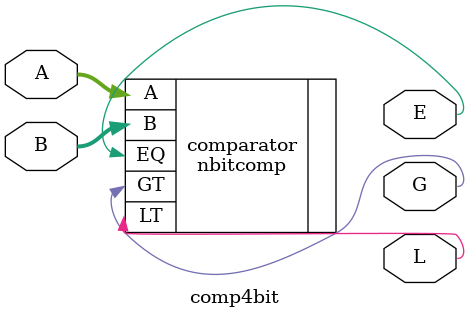
<source format=sv>
`timescale 1ns / 1ps

module comp4bit(
    
    input logic [3:0]A,
    input logic [3:0]B,
    output logic G,
    output logic L,
    output logic E
    );
   
    nbitcomp #(.n(4)) comparator(.A(A), .B(B), .GT(G), .LT(L), .EQ(E));
endmodule

</source>
